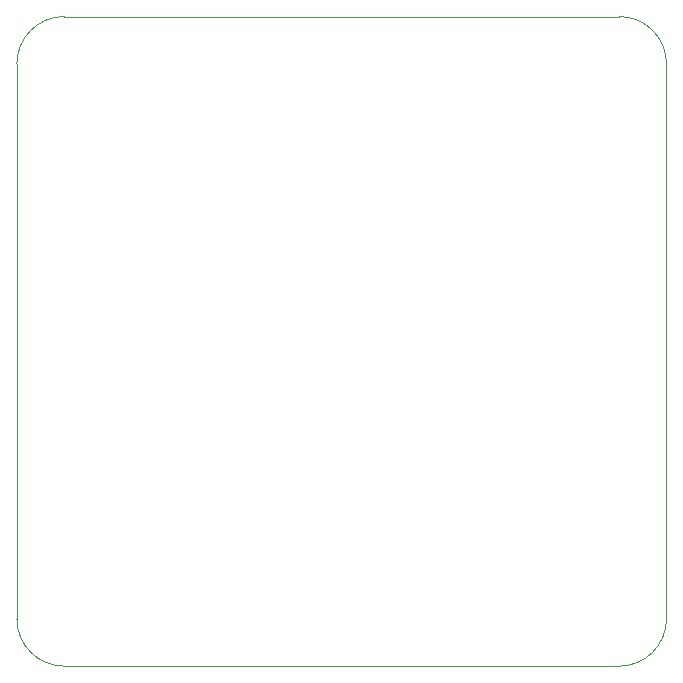
<source format=gm1>
%TF.GenerationSoftware,KiCad,Pcbnew,(6.0.5)*%
%TF.CreationDate,2024-08-03T11:57:57+02:00*%
%TF.ProjectId,gl823k_card_reader,676c3832-336b-45f6-9361-72645f726561,rev?*%
%TF.SameCoordinates,Original*%
%TF.FileFunction,Profile,NP*%
%FSLAX46Y46*%
G04 Gerber Fmt 4.6, Leading zero omitted, Abs format (unit mm)*
G04 Created by KiCad (PCBNEW (6.0.5)) date 2024-08-03 11:57:57*
%MOMM*%
%LPD*%
G01*
G04 APERTURE LIST*
%TA.AperFunction,Profile*%
%ADD10C,0.100000*%
%TD*%
G04 APERTURE END LIST*
D10*
X172000000Y-118000000D02*
G75*
G03*
X176000000Y-114000000I0J4000000D01*
G01*
X125000000Y-63000000D02*
G75*
G03*
X121000000Y-67000000I0J-4000000D01*
G01*
X176000000Y-67000000D02*
G75*
G03*
X172000000Y-63000000I-4000000J0D01*
G01*
X125000000Y-63000000D02*
X172000000Y-63000000D01*
X176000000Y-67000000D02*
X176000000Y-114000000D01*
X121000000Y-114000000D02*
G75*
G03*
X125000000Y-118000000I4000000J0D01*
G01*
X121000000Y-67000000D02*
X121000000Y-114000000D01*
X125000000Y-118000000D02*
X172000000Y-118000000D01*
M02*

</source>
